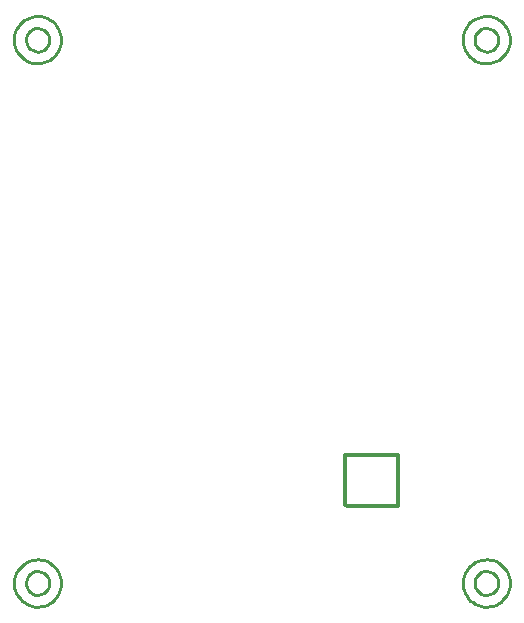
<source format=gko>
G04*
G04 #@! TF.GenerationSoftware,Altium Limited,Altium Designer,22.11.1 (43)*
G04*
G04 Layer_Color=16711935*
%FSLAX25Y25*%
%MOIN*%
G70*
G04*
G04 #@! TF.SameCoordinates,D2032E32-7B9E-4814-9484-8CEA1A25EAEB*
G04*
G04*
G04 #@! TF.FilePolarity,Positive*
G04*
G01*
G75*
%ADD11C,0.01000*%
%ADD18C,0.01200*%
D11*
X11811Y7874D02*
X11687Y8853D01*
X11324Y9771D01*
X10744Y10569D01*
X9984Y11198D01*
X9091Y11618D01*
X8121Y11803D01*
X7136Y11741D01*
X6198Y11436D01*
X5364Y10908D01*
X4689Y10188D01*
X4214Y9323D01*
X3968Y8367D01*
Y7381D01*
X4214Y6425D01*
X4689Y5560D01*
X5364Y4840D01*
X6198Y4312D01*
X7136Y4007D01*
X8121Y3945D01*
X9091Y4130D01*
X9984Y4550D01*
X10744Y5179D01*
X11324Y5977D01*
X11687Y6895D01*
X11811Y7874D01*
X161417Y7874D02*
X161294Y8853D01*
X160930Y9771D01*
X160350Y10569D01*
X159590Y11198D01*
X158697Y11618D01*
X157728Y11803D01*
X156743Y11741D01*
X155804Y11436D01*
X154971Y10908D01*
X154295Y10188D01*
X153820Y9323D01*
X153574Y8367D01*
Y7381D01*
X153820Y6425D01*
X154295Y5560D01*
X154971Y4840D01*
X155804Y4312D01*
X156743Y4007D01*
X157728Y3945D01*
X158697Y4130D01*
X159590Y4550D01*
X160350Y5179D01*
X160930Y5977D01*
X161294Y6895D01*
X161417Y7874D01*
X161417Y188976D02*
X161294Y189955D01*
X160930Y190873D01*
X160350Y191672D01*
X159590Y192300D01*
X158697Y192721D01*
X157728Y192906D01*
X156743Y192844D01*
X155804Y192539D01*
X154971Y192010D01*
X154295Y191290D01*
X153820Y190426D01*
X153574Y189470D01*
Y188483D01*
X153820Y187527D01*
X154295Y186662D01*
X154971Y185943D01*
X155804Y185414D01*
X156743Y185109D01*
X157728Y185047D01*
X158697Y185232D01*
X159590Y185652D01*
X160350Y186281D01*
X160930Y187080D01*
X161294Y187997D01*
X161417Y188976D01*
X11811Y188976D02*
X11687Y189955D01*
X11324Y190873D01*
X10744Y191672D01*
X9984Y192300D01*
X9091Y192721D01*
X8121Y192906D01*
X7136Y192844D01*
X6198Y192539D01*
X5364Y192010D01*
X4689Y191290D01*
X4214Y190426D01*
X3968Y189470D01*
Y188483D01*
X4214Y187527D01*
X4689Y186662D01*
X5364Y185943D01*
X6198Y185414D01*
X7136Y185109D01*
X8121Y185047D01*
X9091Y185232D01*
X9984Y185652D01*
X10744Y186281D01*
X11324Y187080D01*
X11687Y187997D01*
X11811Y188976D01*
X15748Y188976D02*
X15683Y189983D01*
X15491Y190974D01*
X15173Y191931D01*
X14735Y192840D01*
X14184Y193686D01*
X13530Y194454D01*
X12783Y195133D01*
X11956Y195710D01*
X11061Y196177D01*
X10114Y196525D01*
X9131Y196749D01*
X8126Y196846D01*
X7118Y196814D01*
X6122Y196653D01*
X5155Y196366D01*
X4232Y195958D01*
X3369Y195434D01*
X2580Y194805D01*
X1878Y194080D01*
X1275Y193272D01*
X780Y192393D01*
X401Y191457D01*
X145Y190482D01*
X16Y189481D01*
Y188472D01*
X145Y187471D01*
X401Y186495D01*
X780Y185560D01*
X1275Y184681D01*
X1878Y183872D01*
X2580Y183147D01*
X3369Y182518D01*
X4232Y181995D01*
X5155Y181587D01*
X6122Y181300D01*
X7118Y181139D01*
X8126Y181106D01*
X9131Y181203D01*
X10114Y181428D01*
X11061Y181776D01*
X11956Y182243D01*
X12783Y182820D01*
X13530Y183499D01*
X14184Y184267D01*
X14735Y185112D01*
X15173Y186021D01*
X15491Y186979D01*
X15683Y187970D01*
X15748Y188976D01*
X165354Y188976D02*
X165290Y189983D01*
X165097Y190974D01*
X164779Y191931D01*
X164341Y192840D01*
X163791Y193686D01*
X163137Y194454D01*
X162390Y195133D01*
X161562Y195710D01*
X160668Y196177D01*
X159721Y196525D01*
X158737Y196749D01*
X157733Y196846D01*
X156724Y196814D01*
X155728Y196653D01*
X154761Y196366D01*
X153838Y195958D01*
X152975Y195434D01*
X152187Y194805D01*
X151485Y194080D01*
X150881Y193272D01*
X150386Y192393D01*
X150007Y191457D01*
X149751Y190482D01*
X149622Y189481D01*
Y188472D01*
X149751Y187471D01*
X150007Y186495D01*
X150386Y185560D01*
X150881Y184681D01*
X151485Y183872D01*
X152187Y183147D01*
X152975Y182518D01*
X153838Y181995D01*
X154761Y181587D01*
X155728Y181300D01*
X156724Y181139D01*
X157733Y181106D01*
X158737Y181203D01*
X159721Y181428D01*
X160668Y181776D01*
X161562Y182243D01*
X162390Y182820D01*
X163137Y183499D01*
X163791Y184267D01*
X164341Y185112D01*
X164779Y186021D01*
X165097Y186979D01*
X165290Y187970D01*
X165354Y188976D01*
X165354Y7874D02*
X165290Y8881D01*
X165097Y9871D01*
X164779Y10829D01*
X164341Y11738D01*
X163791Y12584D01*
X163137Y13352D01*
X162390Y14030D01*
X161562Y14607D01*
X160668Y15074D01*
X159721Y15423D01*
X158737Y15647D01*
X157733Y15744D01*
X156724Y15712D01*
X155728Y15551D01*
X154761Y15263D01*
X153838Y14855D01*
X152975Y14332D01*
X152187Y13703D01*
X151485Y12978D01*
X150881Y12170D01*
X150386Y11290D01*
X150007Y10355D01*
X149751Y9379D01*
X149622Y8378D01*
Y7369D01*
X149751Y6369D01*
X150007Y5393D01*
X150386Y4458D01*
X150881Y3579D01*
X151485Y2770D01*
X152187Y2045D01*
X152975Y1416D01*
X153838Y893D01*
X154761Y484D01*
X155728Y197D01*
X156724Y36D01*
X157733Y4D01*
X158737Y101D01*
X159721Y326D01*
X160668Y674D01*
X161562Y1141D01*
X162390Y1718D01*
X163137Y2396D01*
X163791Y3164D01*
X164341Y4010D01*
X164779Y4919D01*
X165097Y5877D01*
X165290Y6867D01*
X165354Y7874D01*
X15748Y7874D02*
X15683Y8881D01*
X15491Y9871D01*
X15173Y10829D01*
X14735Y11738D01*
X14184Y12584D01*
X13530Y13352D01*
X12783Y14030D01*
X11956Y14607D01*
X11061Y15074D01*
X10114Y15423D01*
X9131Y15647D01*
X8126Y15744D01*
X7118Y15712D01*
X6122Y15551D01*
X5155Y15263D01*
X4232Y14855D01*
X3369Y14332D01*
X2580Y13703D01*
X1878Y12978D01*
X1275Y12170D01*
X780Y11290D01*
X401Y10355D01*
X145Y9379D01*
X16Y8378D01*
Y7369D01*
X145Y6369D01*
X401Y5393D01*
X780Y4458D01*
X1275Y3579D01*
X1878Y2770D01*
X2580Y2045D01*
X3369Y1416D01*
X4232Y893D01*
X5155Y484D01*
X6122Y197D01*
X7118Y36D01*
X8126Y4D01*
X9131Y101D01*
X10114Y326D01*
X11061Y674D01*
X11956Y1141D01*
X12783Y1718D01*
X13530Y2396D01*
X14184Y3164D01*
X14735Y4010D01*
X15173Y4919D01*
X15491Y5877D01*
X15683Y6867D01*
X15748Y7874D01*
D18*
X110500Y34000D02*
Y50500D01*
Y34000D02*
X111000Y33500D01*
X128000D01*
Y50500D01*
X110500D02*
X128000D01*
M02*

</source>
